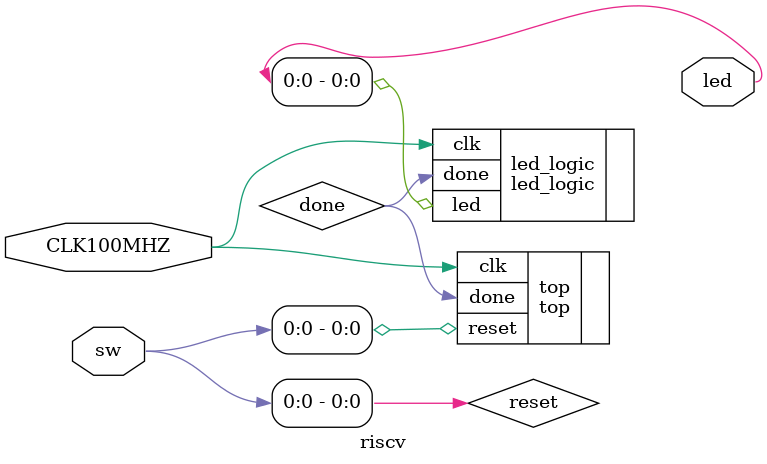
<source format=sv>
module riscv(CLK100MHZ, sw, led);

    input logic CLK100MHZ;
    input logic [3:0] sw;
    output logic [3:0]led;
    
    logic done;
    logic reset;
    assign reset = sw[0];
    
    top top(.clk(CLK100MHZ), .reset, .done(done));
    led_logic led_logic(.clk(CLK100MHZ), .done(done), .led(led[0]));
     
endmodule

</source>
